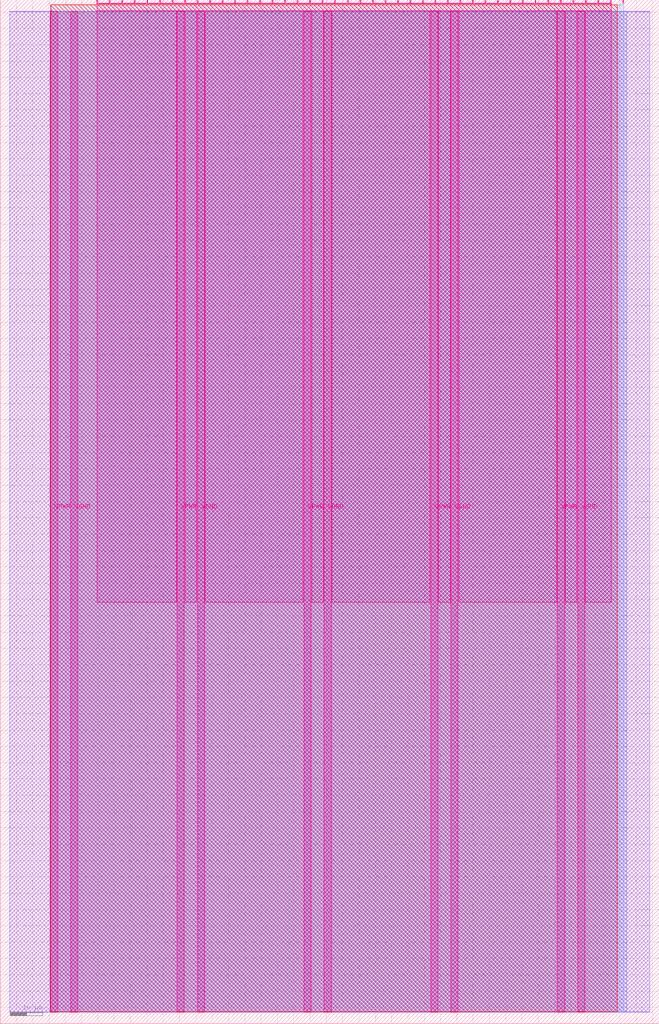
<source format=lef>
VERSION 5.7 ;
  NOWIREEXTENSIONATPIN ON ;
  DIVIDERCHAR "/" ;
  BUSBITCHARS "[]" ;
MACRO tt_um_arandomdev_fir_engine_top
  CLASS BLOCK ;
  FOREIGN tt_um_arandomdev_fir_engine_top ;
  ORIGIN 0.000 0.000 ;
  SIZE 202.080 BY 313.740 ;
  PIN VGND
    DIRECTION INOUT ;
    USE GROUND ;
    PORT
      LAYER Metal5 ;
        RECT 21.580 3.560 23.780 310.180 ;
    END
    PORT
      LAYER Metal5 ;
        RECT 60.450 3.560 62.650 310.180 ;
    END
    PORT
      LAYER Metal5 ;
        RECT 99.320 3.560 101.520 310.180 ;
    END
    PORT
      LAYER Metal5 ;
        RECT 138.190 3.560 140.390 310.180 ;
    END
    PORT
      LAYER Metal5 ;
        RECT 177.060 3.560 179.260 310.180 ;
    END
  END VGND
  PIN VPWR
    DIRECTION INOUT ;
    USE POWER ;
    PORT
      LAYER Metal5 ;
        RECT 15.380 3.560 17.580 310.180 ;
    END
    PORT
      LAYER Metal5 ;
        RECT 54.250 3.560 56.450 310.180 ;
    END
    PORT
      LAYER Metal5 ;
        RECT 93.120 3.560 95.320 310.180 ;
    END
    PORT
      LAYER Metal5 ;
        RECT 131.990 3.560 134.190 310.180 ;
    END
    PORT
      LAYER Metal5 ;
        RECT 170.860 3.560 173.060 310.180 ;
    END
  END VPWR
  PIN clk
    DIRECTION INPUT ;
    USE SIGNAL ;
    ANTENNAGATEAREA 1.430000 ;
    ANTENNADIFFAREA 4.030800 ;
    PORT
      LAYER Metal5 ;
        RECT 187.050 312.740 187.350 313.740 ;
    END
  END clk
  PIN ena
    DIRECTION INPUT ;
    USE SIGNAL ;
    PORT
      LAYER Metal5 ;
        RECT 190.890 312.740 191.190 313.740 ;
    END
  END ena
  PIN rst_n
    DIRECTION INPUT ;
    USE SIGNAL ;
    ANTENNAGATEAREA 2.646800 ;
    ANTENNADIFFAREA 8.061600 ;
    PORT
      LAYER Metal5 ;
        RECT 183.210 312.740 183.510 313.740 ;
    END
  END rst_n
  PIN ui_in[0]
    DIRECTION INPUT ;
    USE SIGNAL ;
    ANTENNAGATEAREA 0.213200 ;
    PORT
      LAYER Metal5 ;
        RECT 179.370 312.740 179.670 313.740 ;
    END
  END ui_in[0]
  PIN ui_in[1]
    DIRECTION INPUT ;
    USE SIGNAL ;
    ANTENNAGATEAREA 0.180700 ;
    PORT
      LAYER Metal5 ;
        RECT 175.530 312.740 175.830 313.740 ;
    END
  END ui_in[1]
  PIN ui_in[2]
    DIRECTION INPUT ;
    USE SIGNAL ;
    PORT
      LAYER Metal5 ;
        RECT 171.690 312.740 171.990 313.740 ;
    END
  END ui_in[2]
  PIN ui_in[3]
    DIRECTION INPUT ;
    USE SIGNAL ;
    ANTENNAGATEAREA 0.180700 ;
    PORT
      LAYER Metal5 ;
        RECT 167.850 312.740 168.150 313.740 ;
    END
  END ui_in[3]
  PIN ui_in[4]
    DIRECTION INPUT ;
    USE SIGNAL ;
    PORT
      LAYER Metal5 ;
        RECT 164.010 312.740 164.310 313.740 ;
    END
  END ui_in[4]
  PIN ui_in[5]
    DIRECTION INPUT ;
    USE SIGNAL ;
    PORT
      LAYER Metal5 ;
        RECT 160.170 312.740 160.470 313.740 ;
    END
  END ui_in[5]
  PIN ui_in[6]
    DIRECTION INPUT ;
    USE SIGNAL ;
    PORT
      LAYER Metal5 ;
        RECT 156.330 312.740 156.630 313.740 ;
    END
  END ui_in[6]
  PIN ui_in[7]
    DIRECTION INPUT ;
    USE SIGNAL ;
    PORT
      LAYER Metal5 ;
        RECT 152.490 312.740 152.790 313.740 ;
    END
  END ui_in[7]
  PIN uio_in[0]
    DIRECTION INPUT ;
    USE SIGNAL ;
    PORT
      LAYER Metal5 ;
        RECT 148.650 312.740 148.950 313.740 ;
    END
  END uio_in[0]
  PIN uio_in[1]
    DIRECTION INPUT ;
    USE SIGNAL ;
    PORT
      LAYER Metal5 ;
        RECT 144.810 312.740 145.110 313.740 ;
    END
  END uio_in[1]
  PIN uio_in[2]
    DIRECTION INPUT ;
    USE SIGNAL ;
    PORT
      LAYER Metal5 ;
        RECT 140.970 312.740 141.270 313.740 ;
    END
  END uio_in[2]
  PIN uio_in[3]
    DIRECTION INPUT ;
    USE SIGNAL ;
    PORT
      LAYER Metal5 ;
        RECT 137.130 312.740 137.430 313.740 ;
    END
  END uio_in[3]
  PIN uio_in[4]
    DIRECTION INPUT ;
    USE SIGNAL ;
    PORT
      LAYER Metal5 ;
        RECT 133.290 312.740 133.590 313.740 ;
    END
  END uio_in[4]
  PIN uio_in[5]
    DIRECTION INPUT ;
    USE SIGNAL ;
    PORT
      LAYER Metal5 ;
        RECT 129.450 312.740 129.750 313.740 ;
    END
  END uio_in[5]
  PIN uio_in[6]
    DIRECTION INPUT ;
    USE SIGNAL ;
    PORT
      LAYER Metal5 ;
        RECT 125.610 312.740 125.910 313.740 ;
    END
  END uio_in[6]
  PIN uio_in[7]
    DIRECTION INPUT ;
    USE SIGNAL ;
    ANTENNAGATEAREA 0.180700 ;
    PORT
      LAYER Metal5 ;
        RECT 121.770 312.740 122.070 313.740 ;
    END
  END uio_in[7]
  PIN uio_oe[0]
    DIRECTION OUTPUT ;
    USE SIGNAL ;
    ANTENNADIFFAREA 0.392700 ;
    PORT
      LAYER Metal5 ;
        RECT 56.490 312.740 56.790 313.740 ;
    END
  END uio_oe[0]
  PIN uio_oe[1]
    DIRECTION OUTPUT ;
    USE SIGNAL ;
    ANTENNADIFFAREA 0.392700 ;
    PORT
      LAYER Metal5 ;
        RECT 52.650 312.740 52.950 313.740 ;
    END
  END uio_oe[1]
  PIN uio_oe[2]
    DIRECTION OUTPUT ;
    USE SIGNAL ;
    ANTENNADIFFAREA 0.392700 ;
    PORT
      LAYER Metal5 ;
        RECT 48.810 312.740 49.110 313.740 ;
    END
  END uio_oe[2]
  PIN uio_oe[3]
    DIRECTION OUTPUT ;
    USE SIGNAL ;
    ANTENNADIFFAREA 0.392700 ;
    PORT
      LAYER Metal5 ;
        RECT 44.970 312.740 45.270 313.740 ;
    END
  END uio_oe[3]
  PIN uio_oe[4]
    DIRECTION OUTPUT ;
    USE SIGNAL ;
    ANTENNADIFFAREA 0.392700 ;
    PORT
      LAYER Metal5 ;
        RECT 41.130 312.740 41.430 313.740 ;
    END
  END uio_oe[4]
  PIN uio_oe[5]
    DIRECTION OUTPUT ;
    USE SIGNAL ;
    ANTENNADIFFAREA 0.392700 ;
    PORT
      LAYER Metal5 ;
        RECT 37.290 312.740 37.590 313.740 ;
    END
  END uio_oe[5]
  PIN uio_oe[6]
    DIRECTION OUTPUT ;
    USE SIGNAL ;
    ANTENNADIFFAREA 0.392700 ;
    PORT
      LAYER Metal5 ;
        RECT 33.450 312.740 33.750 313.740 ;
    END
  END uio_oe[6]
  PIN uio_oe[7]
    DIRECTION OUTPUT ;
    USE SIGNAL ;
    ANTENNADIFFAREA 0.299200 ;
    PORT
      LAYER Metal5 ;
        RECT 29.610 312.740 29.910 313.740 ;
    END
  END uio_oe[7]
  PIN uio_out[0]
    DIRECTION OUTPUT ;
    USE SIGNAL ;
    ANTENNADIFFAREA 0.654800 ;
    PORT
      LAYER Metal5 ;
        RECT 87.210 312.740 87.510 313.740 ;
    END
  END uio_out[0]
  PIN uio_out[1]
    DIRECTION OUTPUT ;
    USE SIGNAL ;
    ANTENNADIFFAREA 0.654800 ;
    PORT
      LAYER Metal5 ;
        RECT 83.370 312.740 83.670 313.740 ;
    END
  END uio_out[1]
  PIN uio_out[2]
    DIRECTION OUTPUT ;
    USE SIGNAL ;
    ANTENNADIFFAREA 0.654800 ;
    PORT
      LAYER Metal5 ;
        RECT 79.530 312.740 79.830 313.740 ;
    END
  END uio_out[2]
  PIN uio_out[3]
    DIRECTION OUTPUT ;
    USE SIGNAL ;
    ANTENNADIFFAREA 0.654800 ;
    PORT
      LAYER Metal5 ;
        RECT 75.690 312.740 75.990 313.740 ;
    END
  END uio_out[3]
  PIN uio_out[4]
    DIRECTION OUTPUT ;
    USE SIGNAL ;
    ANTENNADIFFAREA 0.654800 ;
    PORT
      LAYER Metal5 ;
        RECT 71.850 312.740 72.150 313.740 ;
    END
  END uio_out[4]
  PIN uio_out[5]
    DIRECTION OUTPUT ;
    USE SIGNAL ;
    ANTENNADIFFAREA 0.654800 ;
    PORT
      LAYER Metal5 ;
        RECT 68.010 312.740 68.310 313.740 ;
    END
  END uio_out[5]
  PIN uio_out[6]
    DIRECTION OUTPUT ;
    USE SIGNAL ;
    ANTENNADIFFAREA 0.654800 ;
    PORT
      LAYER Metal5 ;
        RECT 64.170 312.740 64.470 313.740 ;
    END
  END uio_out[6]
  PIN uio_out[7]
    DIRECTION OUTPUT ;
    USE SIGNAL ;
    ANTENNADIFFAREA 0.299200 ;
    PORT
      LAYER Metal5 ;
        RECT 60.330 312.740 60.630 313.740 ;
    END
  END uio_out[7]
  PIN uo_out[0]
    DIRECTION OUTPUT ;
    USE SIGNAL ;
    ANTENNADIFFAREA 0.299200 ;
    PORT
      LAYER Metal5 ;
        RECT 117.930 312.740 118.230 313.740 ;
    END
  END uo_out[0]
  PIN uo_out[1]
    DIRECTION OUTPUT ;
    USE SIGNAL ;
    ANTENNADIFFAREA 0.299200 ;
    PORT
      LAYER Metal5 ;
        RECT 114.090 312.740 114.390 313.740 ;
    END
  END uo_out[1]
  PIN uo_out[2]
    DIRECTION OUTPUT ;
    USE SIGNAL ;
    ANTENNADIFFAREA 0.299200 ;
    PORT
      LAYER Metal5 ;
        RECT 110.250 312.740 110.550 313.740 ;
    END
  END uo_out[2]
  PIN uo_out[3]
    DIRECTION OUTPUT ;
    USE SIGNAL ;
    ANTENNADIFFAREA 0.299200 ;
    PORT
      LAYER Metal5 ;
        RECT 106.410 312.740 106.710 313.740 ;
    END
  END uo_out[3]
  PIN uo_out[4]
    DIRECTION OUTPUT ;
    USE SIGNAL ;
    ANTENNADIFFAREA 0.299200 ;
    PORT
      LAYER Metal5 ;
        RECT 102.570 312.740 102.870 313.740 ;
    END
  END uo_out[4]
  PIN uo_out[5]
    DIRECTION OUTPUT ;
    USE SIGNAL ;
    ANTENNADIFFAREA 0.299200 ;
    PORT
      LAYER Metal5 ;
        RECT 98.730 312.740 99.030 313.740 ;
    END
  END uo_out[5]
  PIN uo_out[6]
    DIRECTION OUTPUT ;
    USE SIGNAL ;
    ANTENNADIFFAREA 0.299200 ;
    PORT
      LAYER Metal5 ;
        RECT 94.890 312.740 95.190 313.740 ;
    END
  END uo_out[6]
  PIN uo_out[7]
    DIRECTION OUTPUT ;
    USE SIGNAL ;
    ANTENNADIFFAREA 0.299200 ;
    PORT
      LAYER Metal5 ;
        RECT 91.050 312.740 91.350 313.740 ;
    END
  END uo_out[7]
  OBS
      LAYER GatPoly ;
        RECT 2.880 3.630 199.200 310.110 ;
      LAYER Metal1 ;
        RECT 2.880 3.560 199.200 310.180 ;
      LAYER Metal2 ;
        RECT 15.515 3.680 192.145 310.060 ;
      LAYER Metal3 ;
        RECT 15.560 3.635 191.140 312.205 ;
      LAYER Metal4 ;
        RECT 15.515 3.680 189.265 312.160 ;
      LAYER Metal5 ;
        RECT 30.120 312.530 33.240 312.740 ;
        RECT 33.960 312.530 37.080 312.740 ;
        RECT 37.800 312.530 40.920 312.740 ;
        RECT 41.640 312.530 44.760 312.740 ;
        RECT 45.480 312.530 48.600 312.740 ;
        RECT 49.320 312.530 52.440 312.740 ;
        RECT 53.160 312.530 56.280 312.740 ;
        RECT 57.000 312.530 60.120 312.740 ;
        RECT 60.840 312.530 63.960 312.740 ;
        RECT 64.680 312.530 67.800 312.740 ;
        RECT 68.520 312.530 71.640 312.740 ;
        RECT 72.360 312.530 75.480 312.740 ;
        RECT 76.200 312.530 79.320 312.740 ;
        RECT 80.040 312.530 83.160 312.740 ;
        RECT 83.880 312.530 87.000 312.740 ;
        RECT 87.720 312.530 90.840 312.740 ;
        RECT 91.560 312.530 94.680 312.740 ;
        RECT 95.400 312.530 98.520 312.740 ;
        RECT 99.240 312.530 102.360 312.740 ;
        RECT 103.080 312.530 106.200 312.740 ;
        RECT 106.920 312.530 110.040 312.740 ;
        RECT 110.760 312.530 113.880 312.740 ;
        RECT 114.600 312.530 117.720 312.740 ;
        RECT 118.440 312.530 121.560 312.740 ;
        RECT 122.280 312.530 125.400 312.740 ;
        RECT 126.120 312.530 129.240 312.740 ;
        RECT 129.960 312.530 133.080 312.740 ;
        RECT 133.800 312.530 136.920 312.740 ;
        RECT 137.640 312.530 140.760 312.740 ;
        RECT 141.480 312.530 144.600 312.740 ;
        RECT 145.320 312.530 148.440 312.740 ;
        RECT 149.160 312.530 152.280 312.740 ;
        RECT 153.000 312.530 156.120 312.740 ;
        RECT 156.840 312.530 159.960 312.740 ;
        RECT 160.680 312.530 163.800 312.740 ;
        RECT 164.520 312.530 167.640 312.740 ;
        RECT 168.360 312.530 171.480 312.740 ;
        RECT 172.200 312.530 175.320 312.740 ;
        RECT 176.040 312.530 179.160 312.740 ;
        RECT 179.880 312.530 183.000 312.740 ;
        RECT 183.720 312.530 186.840 312.740 ;
        RECT 29.660 310.390 187.300 312.530 ;
        RECT 29.660 129.215 54.040 310.390 ;
        RECT 56.660 129.215 60.240 310.390 ;
        RECT 62.860 129.215 92.910 310.390 ;
        RECT 95.530 129.215 99.110 310.390 ;
        RECT 101.730 129.215 131.780 310.390 ;
        RECT 134.400 129.215 137.980 310.390 ;
        RECT 140.600 129.215 170.650 310.390 ;
        RECT 173.270 129.215 176.850 310.390 ;
        RECT 179.470 129.215 187.300 310.390 ;
  END
END tt_um_arandomdev_fir_engine_top
END LIBRARY


</source>
